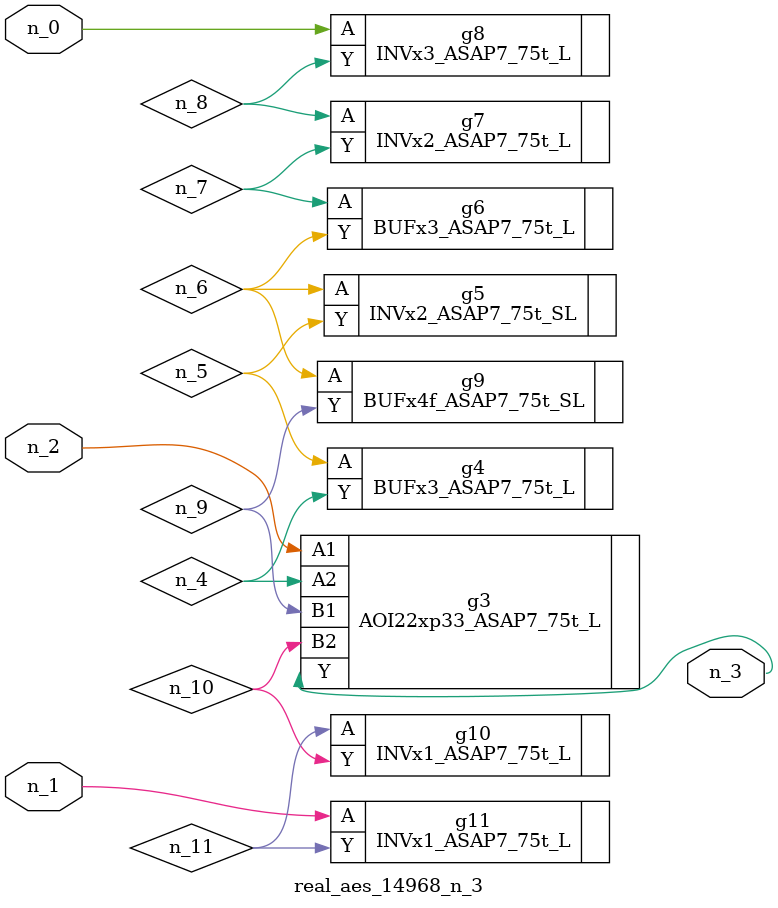
<source format=v>
module real_aes_14968_n_3 (n_0, n_2, n_1, n_3);
input n_0;
input n_2;
input n_1;
output n_3;
wire n_4;
wire n_5;
wire n_7;
wire n_9;
wire n_6;
wire n_8;
wire n_10;
wire n_11;
INVx3_ASAP7_75t_L g8 ( .A(n_0), .Y(n_8) );
INVx1_ASAP7_75t_L g11 ( .A(n_1), .Y(n_11) );
AOI22xp33_ASAP7_75t_L g3 ( .A1(n_2), .A2(n_4), .B1(n_9), .B2(n_10), .Y(n_3) );
BUFx3_ASAP7_75t_L g4 ( .A(n_5), .Y(n_4) );
INVx2_ASAP7_75t_SL g5 ( .A(n_6), .Y(n_5) );
BUFx4f_ASAP7_75t_SL g9 ( .A(n_6), .Y(n_9) );
BUFx3_ASAP7_75t_L g6 ( .A(n_7), .Y(n_6) );
INVx2_ASAP7_75t_L g7 ( .A(n_8), .Y(n_7) );
INVx1_ASAP7_75t_L g10 ( .A(n_11), .Y(n_10) );
endmodule
</source>
